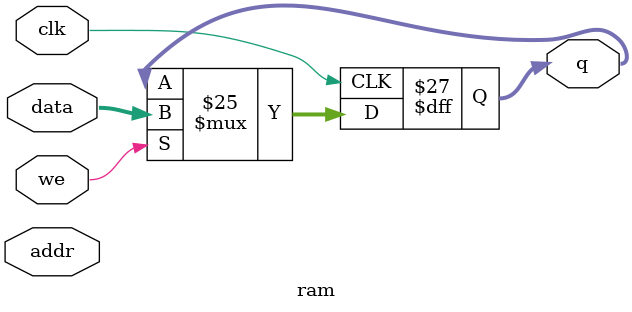
<source format=v>
module ram #(
    parameter ADDR_WIDTH=6,
    parameter DATA_WIDTH=8
) (
    input [DATA_WIDTH-1:0] data,
    input [ADDR_WIDTH-1:0] addr,
    input we, clk,
    output [7:0] q
);
reg [DATA_WIDTH-1:0] ram[2**ADDR_WIDTH-1:0];
// when we is high, write data to ram at address addr
// assign the ram value at address addr to q
always @(posedge clk)
begin
if (we)	
{ram[addr], q[7:0]} <= data;
end
endmodule

</source>
